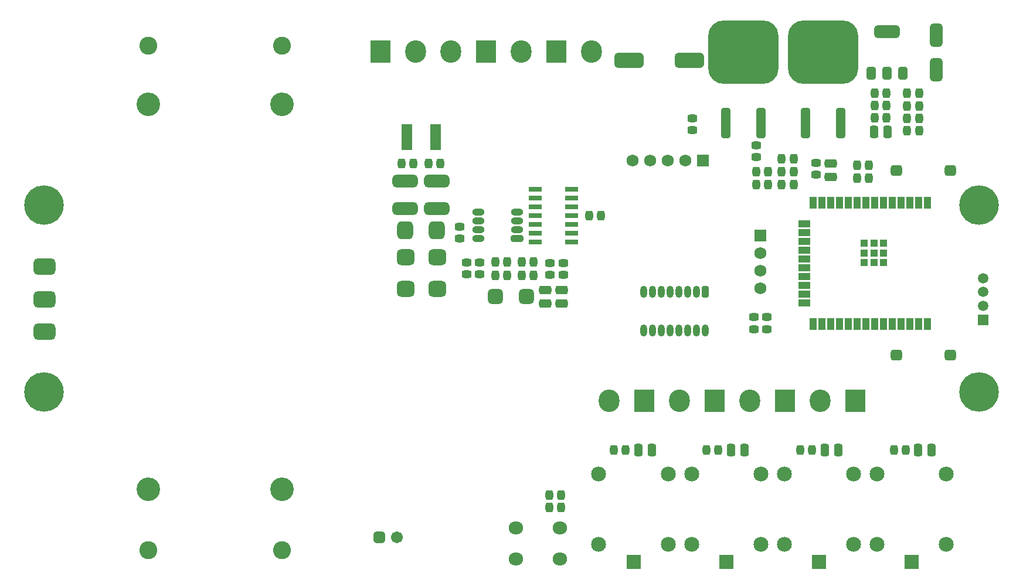
<source format=gbr>
%TF.GenerationSoftware,Altium Limited,Altium Designer,21.3.2 (30)*%
G04 Layer_Color=8388736*
%FSLAX26Y26*%
%MOIN*%
%TF.SameCoordinates,5CB9DBA1-4DA9-4ED0-9B61-E5D9B39C4D3D*%
%TF.FilePolarity,Negative*%
%TF.FileFunction,Soldermask,Top*%
%TF.Part,Single*%
G01*
G75*
%TA.AperFunction,SMDPad,CuDef*%
G04:AMPARAMS|DCode=65|XSize=86.74mil|YSize=86.74mil|CornerRadius=23.685mil|HoleSize=0mil|Usage=FLASHONLY|Rotation=90.000|XOffset=0mil|YOffset=0mil|HoleType=Round|Shape=RoundedRectangle|*
%AMROUNDEDRECTD65*
21,1,0.086740,0.039370,0,0,90.0*
21,1,0.039370,0.086740,0,0,90.0*
1,1,0.047370,0.019685,0.019685*
1,1,0.047370,0.019685,-0.019685*
1,1,0.047370,-0.019685,-0.019685*
1,1,0.047370,-0.019685,0.019685*
%
%ADD65ROUNDEDRECTD65*%
%TA.AperFunction,ComponentPad*%
G04:AMPARAMS|DCode=66|XSize=94.614mil|YSize=126.11mil|CornerRadius=25.654mil|HoleSize=0mil|Usage=FLASHONLY|Rotation=270.000|XOffset=0mil|YOffset=0mil|HoleType=Round|Shape=RoundedRectangle|*
%AMROUNDEDRECTD66*
21,1,0.094614,0.074803,0,0,270.0*
21,1,0.043307,0.126110,0,0,270.0*
1,1,0.051307,-0.037401,-0.021654*
1,1,0.051307,-0.037401,0.021654*
1,1,0.051307,0.037401,0.021654*
1,1,0.051307,0.037401,-0.021654*
%
%ADD66ROUNDEDRECTD66*%
%ADD67R,0.118000X0.128000*%
%ADD68O,0.118000X0.128000*%
%ADD71C,0.067055*%
G04:AMPARAMS|DCode=72|XSize=67.055mil|YSize=67.055mil|CornerRadius=18.764mil|HoleSize=0mil|Usage=FLASHONLY|Rotation=0.000|XOffset=0mil|YOffset=0mil|HoleType=Round|Shape=RoundedRectangle|*
%AMROUNDEDRECTD72*
21,1,0.067055,0.029527,0,0,0.0*
21,1,0.029527,0.067055,0,0,0.0*
1,1,0.037528,0.014764,-0.014764*
1,1,0.037528,-0.014764,-0.014764*
1,1,0.037528,-0.014764,0.014764*
1,1,0.037528,0.014764,0.014764*
%
%ADD72ROUNDEDRECTD72*%
%ADD73C,0.102488*%
%ADD74C,0.133984*%
%ADD77O,0.083000X0.073000*%
%ADD78C,0.084772*%
%ADD79R,0.084772X0.084772*%
%ADD80R,0.059496X0.059496*%
%ADD81C,0.059496*%
%TA.AperFunction,ViaPad*%
%ADD82C,0.224535*%
%TA.AperFunction,SMDPad,CuDef*%
G04:AMPARAMS|DCode=94|XSize=67.055mil|YSize=63.118mil|CornerRadius=17.779mil|HoleSize=0mil|Usage=FLASHONLY|Rotation=0.000|XOffset=0mil|YOffset=0mil|HoleType=Round|Shape=RoundedRectangle|*
%AMROUNDEDRECTD94*
21,1,0.067055,0.027559,0,0,0.0*
21,1,0.031496,0.063118,0,0,0.0*
1,1,0.035559,0.015748,-0.013780*
1,1,0.035559,-0.015748,-0.013780*
1,1,0.035559,-0.015748,0.013780*
1,1,0.035559,0.015748,0.013780*
%
%ADD94ROUNDEDRECTD94*%
%ADD95R,0.043433X0.067055*%
%ADD96R,0.067055X0.043433*%
%TA.AperFunction,BGAPad,CuDef*%
%ADD97R,0.043433X0.043433*%
%TA.AperFunction,SMDPad,CuDef*%
G04:AMPARAMS|DCode=98|XSize=70.992mil|YSize=49.339mil|CornerRadius=14.335mil|HoleSize=0mil|Usage=FLASHONLY|Rotation=270.000|XOffset=0mil|YOffset=0mil|HoleType=Round|Shape=RoundedRectangle|*
%AMROUNDEDRECTD98*
21,1,0.070992,0.020669,0,0,270.0*
21,1,0.042323,0.049339,0,0,270.0*
1,1,0.028669,-0.010335,-0.021162*
1,1,0.028669,-0.010335,0.021162*
1,1,0.028669,0.010335,0.021162*
1,1,0.028669,0.010335,-0.021162*
%
%ADD98ROUNDEDRECTD98*%
G04:AMPARAMS|DCode=99|XSize=55.244mil|YSize=43.433mil|CornerRadius=12.858mil|HoleSize=0mil|Usage=FLASHONLY|Rotation=90.000|XOffset=0mil|YOffset=0mil|HoleType=Round|Shape=RoundedRectangle|*
%AMROUNDEDRECTD99*
21,1,0.055244,0.017717,0,0,90.0*
21,1,0.029528,0.043433,0,0,90.0*
1,1,0.025716,0.008858,0.014764*
1,1,0.025716,0.008858,-0.014764*
1,1,0.025716,-0.008858,-0.014764*
1,1,0.025716,-0.008858,0.014764*
%
%ADD99ROUNDEDRECTD99*%
G04:AMPARAMS|DCode=100|XSize=70.992mil|YSize=49.339mil|CornerRadius=14.335mil|HoleSize=0mil|Usage=FLASHONLY|Rotation=180.000|XOffset=0mil|YOffset=0mil|HoleType=Round|Shape=RoundedRectangle|*
%AMROUNDEDRECTD100*
21,1,0.070992,0.020669,0,0,180.0*
21,1,0.042323,0.049339,0,0,180.0*
1,1,0.028669,-0.021162,0.010335*
1,1,0.028669,0.021162,0.010335*
1,1,0.028669,0.021162,-0.010335*
1,1,0.028669,-0.021162,-0.010335*
%
%ADD100ROUNDEDRECTD100*%
G04:AMPARAMS|DCode=101|XSize=55.244mil|YSize=43.433mil|CornerRadius=12.858mil|HoleSize=0mil|Usage=FLASHONLY|Rotation=180.000|XOffset=0mil|YOffset=0mil|HoleType=Round|Shape=RoundedRectangle|*
%AMROUNDEDRECTD101*
21,1,0.055244,0.017717,0,0,180.0*
21,1,0.029528,0.043433,0,0,180.0*
1,1,0.025716,-0.014764,0.008858*
1,1,0.025716,0.014764,0.008858*
1,1,0.025716,0.014764,-0.008858*
1,1,0.025716,-0.014764,-0.008858*
%
%ADD101ROUNDEDRECTD101*%
G04:AMPARAMS|DCode=102|XSize=143.827mil|YSize=70.992mil|CornerRadius=19.748mil|HoleSize=0mil|Usage=FLASHONLY|Rotation=180.000|XOffset=0mil|YOffset=0mil|HoleType=Round|Shape=RoundedRectangle|*
%AMROUNDEDRECTD102*
21,1,0.143827,0.031496,0,0,180.0*
21,1,0.104331,0.070992,0,0,180.0*
1,1,0.039496,-0.052165,0.015748*
1,1,0.039496,0.052165,0.015748*
1,1,0.039496,0.052165,-0.015748*
1,1,0.039496,-0.052165,-0.015748*
%
%ADD102ROUNDEDRECTD102*%
G04:AMPARAMS|DCode=103|XSize=102.488mil|YSize=90.677mil|CornerRadius=24.669mil|HoleSize=0mil|Usage=FLASHONLY|Rotation=90.000|XOffset=0mil|YOffset=0mil|HoleType=Round|Shape=RoundedRectangle|*
%AMROUNDEDRECTD103*
21,1,0.102488,0.041339,0,0,90.0*
21,1,0.053150,0.090677,0,0,90.0*
1,1,0.049339,0.020669,0.026575*
1,1,0.049339,0.020669,-0.026575*
1,1,0.049339,-0.020669,-0.026575*
1,1,0.049339,-0.020669,0.026575*
%
%ADD103ROUNDEDRECTD103*%
G04:AMPARAMS|DCode=104|XSize=102.488mil|YSize=90.677mil|CornerRadius=24.669mil|HoleSize=0mil|Usage=FLASHONLY|Rotation=0.000|XOffset=0mil|YOffset=0mil|HoleType=Round|Shape=RoundedRectangle|*
%AMROUNDEDRECTD104*
21,1,0.102488,0.041339,0,0,0.0*
21,1,0.053150,0.090677,0,0,0.0*
1,1,0.049339,0.026575,-0.020669*
1,1,0.049339,-0.026575,-0.020669*
1,1,0.049339,-0.026575,0.020669*
1,1,0.049339,0.026575,0.020669*
%
%ADD104ROUNDEDRECTD104*%
G04:AMPARAMS|DCode=105|XSize=55.244mil|YSize=173.354mil|CornerRadius=15.811mil|HoleSize=0mil|Usage=FLASHONLY|Rotation=180.000|XOffset=0mil|YOffset=0mil|HoleType=Round|Shape=RoundedRectangle|*
%AMROUNDEDRECTD105*
21,1,0.055244,0.141732,0,0,180.0*
21,1,0.023622,0.173354,0,0,180.0*
1,1,0.031622,-0.011811,0.070866*
1,1,0.031622,0.011811,0.070866*
1,1,0.031622,0.011811,-0.070866*
1,1,0.031622,-0.011811,-0.070866*
%
%ADD105ROUNDEDRECTD105*%
G04:AMPARAMS|DCode=106|XSize=401.701mil|YSize=362.331mil|CornerRadius=92.583mil|HoleSize=0mil|Usage=FLASHONLY|Rotation=180.000|XOffset=0mil|YOffset=0mil|HoleType=Round|Shape=RoundedRectangle|*
%AMROUNDEDRECTD106*
21,1,0.401701,0.177166,0,0,180.0*
21,1,0.216536,0.362331,0,0,180.0*
1,1,0.185165,-0.108268,0.088583*
1,1,0.185165,0.108268,0.088583*
1,1,0.185165,0.108268,-0.088583*
1,1,0.185165,-0.108268,-0.088583*
%
%ADD106ROUNDEDRECTD106*%
%ADD107R,0.075000X0.029000*%
%ADD108R,0.063118X0.146189*%
%ADD109O,0.039496X0.067843*%
G04:AMPARAMS|DCode=110|XSize=39.496mil|YSize=67.843mil|CornerRadius=11.874mil|HoleSize=0mil|Usage=FLASHONLY|Rotation=0.000|XOffset=0mil|YOffset=0mil|HoleType=Round|Shape=RoundedRectangle|*
%AMROUNDEDRECTD110*
21,1,0.039496,0.044094,0,0,0.0*
21,1,0.015748,0.067843,0,0,0.0*
1,1,0.023748,0.007874,-0.022047*
1,1,0.023748,-0.007874,-0.022047*
1,1,0.023748,-0.007874,0.022047*
1,1,0.023748,0.007874,0.022047*
%
%ADD110ROUNDEDRECTD110*%
G04:AMPARAMS|DCode=111|XSize=169.417mil|YSize=86.74mil|CornerRadius=23.685mil|HoleSize=0mil|Usage=FLASHONLY|Rotation=0.000|XOffset=0mil|YOffset=0mil|HoleType=Round|Shape=RoundedRectangle|*
%AMROUNDEDRECTD111*
21,1,0.169417,0.039370,0,0,0.0*
21,1,0.122047,0.086740,0,0,0.0*
1,1,0.047370,0.061024,-0.019685*
1,1,0.047370,-0.061024,-0.019685*
1,1,0.047370,-0.061024,0.019685*
1,1,0.047370,0.061024,0.019685*
%
%ADD111ROUNDEDRECTD111*%
G04:AMPARAMS|DCode=112|XSize=145.795mil|YSize=72.961mil|CornerRadius=20.24mil|HoleSize=0mil|Usage=FLASHONLY|Rotation=180.000|XOffset=0mil|YOffset=0mil|HoleType=Round|Shape=RoundedRectangle|*
%AMROUNDEDRECTD112*
21,1,0.145795,0.032480,0,0,180.0*
21,1,0.105315,0.072961,0,0,180.0*
1,1,0.040480,-0.052657,0.016240*
1,1,0.040480,0.052657,0.016240*
1,1,0.040480,0.052657,-0.016240*
1,1,0.040480,-0.052657,-0.016240*
%
%ADD112ROUNDEDRECTD112*%
G04:AMPARAMS|DCode=113|XSize=55.244mil|YSize=72.961mil|CornerRadius=15.811mil|HoleSize=0mil|Usage=FLASHONLY|Rotation=180.000|XOffset=0mil|YOffset=0mil|HoleType=Round|Shape=RoundedRectangle|*
%AMROUNDEDRECTD113*
21,1,0.055244,0.041339,0,0,180.0*
21,1,0.023622,0.072961,0,0,180.0*
1,1,0.031622,-0.011811,0.020669*
1,1,0.031622,0.011811,0.020669*
1,1,0.031622,0.011811,-0.020669*
1,1,0.031622,-0.011811,-0.020669*
%
%ADD113ROUNDEDRECTD113*%
G04:AMPARAMS|DCode=114|XSize=133.984mil|YSize=70.992mil|CornerRadius=19.748mil|HoleSize=0mil|Usage=FLASHONLY|Rotation=90.000|XOffset=0mil|YOffset=0mil|HoleType=Round|Shape=RoundedRectangle|*
%AMROUNDEDRECTD114*
21,1,0.133984,0.031496,0,0,90.0*
21,1,0.094488,0.070992,0,0,90.0*
1,1,0.039496,0.015748,0.047244*
1,1,0.039496,0.015748,-0.047244*
1,1,0.039496,-0.015748,-0.047244*
1,1,0.039496,-0.015748,0.047244*
%
%ADD114ROUNDEDRECTD114*%
G04:AMPARAMS|DCode=115|XSize=39.496mil|YSize=70.992mil|CornerRadius=11.874mil|HoleSize=0mil|Usage=FLASHONLY|Rotation=270.000|XOffset=0mil|YOffset=0mil|HoleType=Round|Shape=RoundedRectangle|*
%AMROUNDEDRECTD115*
21,1,0.039496,0.047244,0,0,270.0*
21,1,0.015748,0.070992,0,0,270.0*
1,1,0.023748,-0.023622,-0.007874*
1,1,0.023748,-0.023622,0.007874*
1,1,0.023748,0.023622,0.007874*
1,1,0.023748,0.023622,-0.007874*
%
%ADD115ROUNDEDRECTD115*%
%ADD116O,0.070992X0.039496*%
%TA.AperFunction,ComponentPad*%
%ADD117C,0.068000*%
%ADD118R,0.068000X0.068000*%
%ADD119R,0.068000X0.068000*%
D65*
X2739835Y1666000D02*
D03*
X2917000D02*
D03*
D66*
X175000Y1465961D02*
D03*
Y1651000D02*
D03*
Y1836039D02*
D03*
D67*
X4786000Y1075000D02*
D03*
X4385667D02*
D03*
X3985333D02*
D03*
X3585000D02*
D03*
X2086000Y3059000D02*
D03*
X2686000D02*
D03*
X3086000D02*
D03*
D68*
X4586000Y1075000D02*
D03*
X4185667D02*
D03*
X3785333D02*
D03*
X3385000D02*
D03*
X2286000Y3059000D02*
D03*
X2486000D02*
D03*
X2886000D02*
D03*
X3286000D02*
D03*
D71*
X2178000Y296449D02*
D03*
D72*
X2078000D02*
D03*
D73*
X767000Y223182D02*
D03*
Y3093261D02*
D03*
X1526843D02*
D03*
Y223182D02*
D03*
D74*
Y569245D02*
D03*
X767000D02*
D03*
X1526843Y2759009D02*
D03*
X767000D02*
D03*
D77*
X3105000Y350000D02*
D03*
X3106000Y173000D02*
D03*
X2856000Y172000D02*
D03*
X2855000Y350000D02*
D03*
D78*
X4776184Y658158D02*
D03*
X4382483D02*
D03*
Y256583D02*
D03*
X4776184D02*
D03*
X3720850Y658158D02*
D03*
X3327150D02*
D03*
Y256583D02*
D03*
X3720850D02*
D03*
X4248517Y658158D02*
D03*
X3854816D02*
D03*
Y256583D02*
D03*
X4248517D02*
D03*
X5303850Y658158D02*
D03*
X4910149D02*
D03*
Y256583D02*
D03*
X5303850D02*
D03*
D79*
X4579333Y158157D02*
D03*
X3524000D02*
D03*
X4051667D02*
D03*
X5107000D02*
D03*
D80*
X5511000Y1534890D02*
D03*
D81*
Y1613630D02*
D03*
Y1692370D02*
D03*
Y1771110D02*
D03*
D82*
X173039Y2185992D02*
D03*
X5488000D02*
D03*
Y1123000D02*
D03*
X173039D02*
D03*
D94*
X5325543Y2384000D02*
D03*
X5018457D02*
D03*
X5325543Y1334000D02*
D03*
X5018457D02*
D03*
D95*
X4545000Y2198976D02*
D03*
X4595000D02*
D03*
X4645000D02*
D03*
X4695000D02*
D03*
X4745000D02*
D03*
X4795000D02*
D03*
X4845000D02*
D03*
X4895000D02*
D03*
X4945000D02*
D03*
X4995000D02*
D03*
X5045000D02*
D03*
X5095000D02*
D03*
X5145000D02*
D03*
X5195000D02*
D03*
X4545000Y1510000D02*
D03*
X4595000D02*
D03*
X4645000D02*
D03*
X4695000D02*
D03*
X4745000D02*
D03*
X4795000D02*
D03*
X4845000D02*
D03*
X4895000D02*
D03*
X4945000D02*
D03*
X4995000D02*
D03*
X5045000D02*
D03*
X5095000D02*
D03*
X5145000D02*
D03*
X5195000D02*
D03*
D96*
X4495787Y1829488D02*
D03*
Y1779488D02*
D03*
Y1729488D02*
D03*
Y1679488D02*
D03*
Y1629488D02*
D03*
Y1879488D02*
D03*
Y1929488D02*
D03*
Y1979488D02*
D03*
Y2029488D02*
D03*
Y2079488D02*
D03*
D97*
X4891063Y1913543D02*
D03*
Y1968661D02*
D03*
Y1858425D02*
D03*
X4946181Y1913543D02*
D03*
Y1968661D02*
D03*
Y1858425D02*
D03*
X4835945Y1913543D02*
D03*
Y1968661D02*
D03*
Y1858425D02*
D03*
D98*
X4970000Y2605000D02*
D03*
X4893228D02*
D03*
X5143614Y793000D02*
D03*
X5220386D02*
D03*
X4611031D02*
D03*
X4687803D02*
D03*
X3551228D02*
D03*
X3628000D02*
D03*
X4080000D02*
D03*
X4156772D02*
D03*
D99*
X5080535Y2610000D02*
D03*
X5147465D02*
D03*
X5080535Y2751333D02*
D03*
X5147465D02*
D03*
X5080535Y2822000D02*
D03*
X5147465D02*
D03*
X5080535Y2680667D02*
D03*
X5147465D02*
D03*
X4896535Y2683000D02*
D03*
X4963465D02*
D03*
X4896535Y2752500D02*
D03*
X4963465D02*
D03*
X4896535Y2822000D02*
D03*
X4963465D02*
D03*
X4796535Y2415000D02*
D03*
X4863465D02*
D03*
Y2339000D02*
D03*
X4796535D02*
D03*
X4367071Y2305000D02*
D03*
X4434000D02*
D03*
Y2378000D02*
D03*
X4367071D02*
D03*
Y2451000D02*
D03*
X4434000D02*
D03*
X4220606Y2305000D02*
D03*
X4287535D02*
D03*
X4220606Y2378000D02*
D03*
X4287535D02*
D03*
X2272535Y2423000D02*
D03*
X2205606D02*
D03*
X2425000D02*
D03*
X2358071D02*
D03*
X2807035Y1862000D02*
D03*
X2740106D02*
D03*
Y1788000D02*
D03*
X2807035D02*
D03*
X2888535Y1862000D02*
D03*
X2955465D02*
D03*
X2888535Y1788000D02*
D03*
X2955465D02*
D03*
X3046071Y466000D02*
D03*
X3113000D02*
D03*
Y537000D02*
D03*
X3046071D02*
D03*
X5006535Y793000D02*
D03*
X5073465D02*
D03*
X4471071D02*
D03*
X4538000D02*
D03*
X3939071D02*
D03*
X4006000D02*
D03*
X3412071D02*
D03*
X3479000D02*
D03*
X3273535Y2128000D02*
D03*
X3340465D02*
D03*
D100*
X4646000Y2347228D02*
D03*
Y2424000D02*
D03*
X3115000Y1626614D02*
D03*
Y1703386D02*
D03*
X3023000Y1626614D02*
D03*
Y1703386D02*
D03*
D101*
X4562000Y2360071D02*
D03*
Y2427000D02*
D03*
X4221591Y2527465D02*
D03*
Y2460535D02*
D03*
X2650000Y1793535D02*
D03*
Y1860465D02*
D03*
X2576000D02*
D03*
Y1793535D02*
D03*
X3049000Y1857465D02*
D03*
Y1790535D02*
D03*
X3125000Y1857465D02*
D03*
Y1790535D02*
D03*
X4210000Y1481535D02*
D03*
Y1548465D02*
D03*
X4283000D02*
D03*
Y1481535D02*
D03*
X3859000Y2612535D02*
D03*
Y2679465D02*
D03*
X2534000Y2064929D02*
D03*
Y1998000D02*
D03*
D102*
X2406000Y2167260D02*
D03*
Y2324740D02*
D03*
X2227000Y2167260D02*
D03*
Y2324740D02*
D03*
D103*
X2224000Y2043000D02*
D03*
X2404000D02*
D03*
D104*
X2409000Y1891000D02*
D03*
Y1711000D02*
D03*
X2230000D02*
D03*
Y1891000D02*
D03*
D105*
X4501000Y2652457D02*
D03*
X4701000D02*
D03*
X4250000D02*
D03*
X4050000D02*
D03*
D106*
X4601000Y3056000D02*
D03*
X4150000D02*
D03*
D107*
X2967000Y1977000D02*
D03*
Y2027000D02*
D03*
Y2077000D02*
D03*
Y2127000D02*
D03*
Y2177000D02*
D03*
Y2227000D02*
D03*
Y2277000D02*
D03*
X3171000D02*
D03*
Y2227000D02*
D03*
Y2177000D02*
D03*
Y2127000D02*
D03*
Y2077000D02*
D03*
Y2027000D02*
D03*
Y1977000D02*
D03*
D108*
X2236016Y2575000D02*
D03*
X2397984D02*
D03*
D109*
X3582000Y1474677D02*
D03*
X3632000D02*
D03*
X3682000D02*
D03*
X3732000D02*
D03*
X3782000D02*
D03*
X3832000D02*
D03*
X3882000D02*
D03*
X3932000D02*
D03*
X3582000Y1692000D02*
D03*
X3632000D02*
D03*
X3682000D02*
D03*
X3732000D02*
D03*
X3782000D02*
D03*
X3832000D02*
D03*
X3882000D02*
D03*
D110*
X3932000D02*
D03*
D111*
X3842000Y3010000D02*
D03*
X3499480D02*
D03*
D112*
X4966000Y3174110D02*
D03*
D113*
X5056551Y2937890D02*
D03*
X4966000D02*
D03*
X4875449D02*
D03*
D114*
X5247000Y2956575D02*
D03*
Y3153425D02*
D03*
D115*
X2860843Y1998000D02*
D03*
D116*
Y2048000D02*
D03*
Y2098000D02*
D03*
Y2148000D02*
D03*
X2641157Y1998000D02*
D03*
Y2048000D02*
D03*
Y2098000D02*
D03*
Y2148000D02*
D03*
D117*
X3518000Y2441000D02*
D03*
X3618000D02*
D03*
X3718000D02*
D03*
X3818000D02*
D03*
X4244000Y1712000D02*
D03*
Y1812000D02*
D03*
Y1912000D02*
D03*
D118*
X3918000Y2441000D02*
D03*
D119*
X4244000Y2012000D02*
D03*
%TF.MD5,dee1e2aa4c5929892332f342775b69bb*%
M02*

</source>
